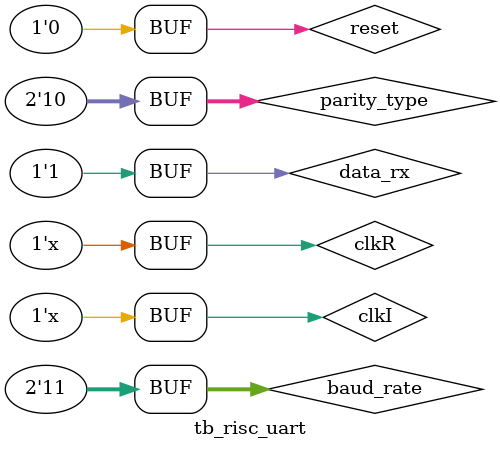
<source format=v>
module tb_risc_uart();

reg clkR,clkI,reset,data_rx;
reg [1:0] baud_rate, parity_type; 
//wire resultsrc,memwrite,alusrc,regwrite,pcsrc;
wire data_tx;
//wire [1:0] immsrc;
wire [7:0] data_out;

riscv_uart dut(clkR,clkI,reset,data_rx,baud_rate, parity_type,data_tx, data_out);

always #1 clkI=~clkI;
always #13000 clkR=~clkR;
initial 
begin
 reset = 1;
 baud_rate=2'b11;
 parity_type=2'b10;
 #50;
 reset = 0;
 data_rx=1;
 #10000 data_rx=0;
#10000 data_rx=1;
 #10000 data_rx=0;
#10000 data_rx=1;
 //#1500 $stop;
end
initial
clkI=0;
initial
clkR=0;
endmodule 

</source>
